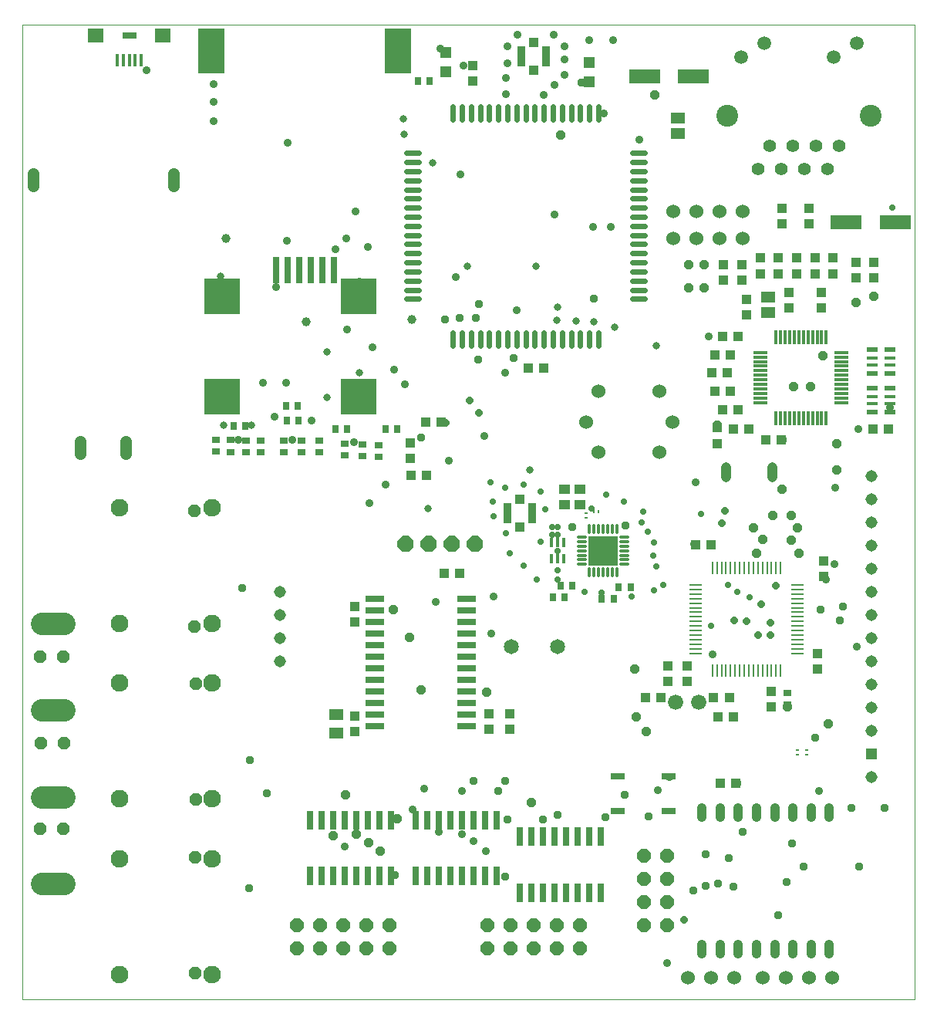
<source format=gts>
G75*
G70*
%OFA0B0*%
%FSLAX24Y24*%
%IPPOS*%
%LPD*%
%AMOC8*
5,1,8,0,0,1.08239X$1,22.5*
%
%ADD10C,0.0004*%
%ADD11R,0.0394X0.0433*%
%ADD12R,0.0433X0.0394*%
%ADD13R,0.0354X0.0276*%
%ADD14R,0.0630X0.0512*%
%ADD15R,0.1378X0.0630*%
%ADD16C,0.0594*%
%ADD17C,0.0945*%
%ADD18C,0.0554*%
%ADD19C,0.0236*%
%ADD20R,0.0260X0.0800*%
%ADD21R,0.0800X0.0260*%
%ADD22R,0.0472X0.0472*%
%ADD23C,0.0440*%
%ADD24R,0.0276X0.0354*%
%ADD25R,0.0110X0.0580*%
%ADD26R,0.0580X0.0110*%
%ADD27R,0.0118X0.0591*%
%ADD28R,0.0591X0.0118*%
%ADD29C,0.0650*%
%ADD30C,0.0600*%
%ADD31OC8,0.0600*%
%ADD32R,0.0591X0.0512*%
%ADD33R,0.0600X0.0300*%
%ADD34C,0.0660*%
%ADD35C,0.0397*%
%ADD36R,0.0169X0.0110*%
%ADD37R,0.0335X0.0866*%
%ADD38R,0.0394X0.0413*%
%ADD39R,0.0295X0.1181*%
%ADD40R,0.1181X0.1969*%
%ADD41C,0.0760*%
%ADD42OC8,0.0520*%
%ADD43C,0.0974*%
%ADD44C,0.0515*%
%ADD45R,0.0515X0.0515*%
%ADD46R,0.0453X0.0173*%
%ADD47R,0.0453X0.0248*%
%ADD48C,0.0118*%
%ADD49R,0.1280X0.1280*%
%ADD50R,0.0472X0.0394*%
%ADD51R,0.0138X0.0098*%
%ADD52R,0.0098X0.0138*%
%ADD53R,0.0138X0.0394*%
%ADD54R,0.0157X0.0551*%
%ADD55R,0.0709X0.0591*%
%ADD56R,0.0591X0.0276*%
%ADD57C,0.0515*%
%ADD58R,0.1575X0.1575*%
%ADD59OC8,0.0700*%
%ADD60OC8,0.0396*%
%ADD61C,0.0357*%
%ADD62C,0.0396*%
%ADD63OC8,0.0317*%
%ADD64OC8,0.0357*%
%ADD65C,0.0278*%
%ADD66C,0.0317*%
%ADD67OC8,0.0278*%
D10*
X002971Y001207D02*
X041554Y001207D01*
X041554Y043333D01*
X002971Y043333D01*
X002971Y001207D01*
D11*
X017341Y012782D03*
X017341Y013452D03*
X017341Y017507D03*
X017341Y018176D03*
X021190Y019613D03*
X021859Y019613D03*
X019753Y024593D03*
X019753Y025263D03*
X023148Y013550D03*
X023148Y012881D03*
X024034Y012881D03*
X024034Y013550D03*
X030875Y014948D03*
X030875Y015617D03*
X031711Y015617D03*
X031711Y014948D03*
X035353Y014534D03*
X035353Y013865D03*
X037322Y015489D03*
X037322Y016158D03*
X037617Y019475D03*
X037617Y020144D03*
X032991Y025233D03*
X032991Y025902D03*
X033690Y025863D03*
X034359Y025863D03*
X034270Y030794D03*
X034270Y031463D03*
X033286Y032270D03*
X033286Y032940D03*
X034861Y033235D03*
X034861Y032566D03*
X035648Y032566D03*
X035648Y033235D03*
X036091Y031759D03*
X036091Y031089D03*
X037519Y031089D03*
X037519Y031759D03*
X037223Y032566D03*
X037223Y033235D03*
X039743Y025863D03*
X040412Y025863D03*
D12*
X035786Y025371D03*
X035117Y025371D03*
X033916Y026700D03*
X033247Y026700D03*
X033572Y027487D03*
X032902Y027487D03*
X032755Y028274D03*
X033424Y028274D03*
X033572Y029062D03*
X032902Y029062D03*
X033247Y029849D03*
X033916Y029849D03*
X034074Y032270D03*
X034074Y032940D03*
X035796Y034731D03*
X035796Y035400D03*
X036977Y035400D03*
X036977Y034731D03*
X036436Y033235D03*
X036436Y032566D03*
X038011Y032566D03*
X038011Y033235D03*
X038995Y033038D03*
X038995Y032369D03*
X039782Y032369D03*
X039782Y033038D03*
X032735Y020843D03*
X032066Y020843D03*
X032853Y014249D03*
X033522Y014249D03*
X033719Y013412D03*
X033050Y013412D03*
X030570Y014249D03*
X029900Y014249D03*
X033148Y010558D03*
X033818Y010558D03*
X020432Y023845D03*
X019763Y023845D03*
X020402Y026158D03*
X021072Y026158D03*
X024831Y028471D03*
X025501Y028471D03*
X022440Y040893D03*
X022440Y041562D03*
D13*
X016918Y025233D03*
X016918Y024721D03*
X017666Y024682D03*
X017666Y025194D03*
X018385Y025154D03*
X018385Y024643D03*
X015816Y024839D03*
X015816Y025351D03*
X015048Y025351D03*
X015048Y024839D03*
X014280Y024839D03*
X014280Y025351D03*
X013286Y025361D03*
X013286Y024849D03*
X012627Y024849D03*
X012627Y025361D03*
X011967Y025371D03*
X011967Y024859D03*
X011347Y024874D03*
X011347Y025386D03*
X036042Y014456D03*
X036042Y013944D03*
D14*
X016554Y013511D03*
X016554Y012723D03*
D15*
X038572Y034770D03*
X040698Y034770D03*
X031987Y041070D03*
X029861Y041070D03*
D16*
X034044Y041908D03*
X035044Y042507D03*
X038024Y041908D03*
X039024Y042507D03*
D17*
X039635Y039377D03*
X033434Y039377D03*
D18*
X035284Y038078D03*
X036284Y038078D03*
X037284Y038078D03*
X038284Y038078D03*
X037784Y037078D03*
X036784Y037078D03*
X035784Y037078D03*
X034784Y037078D03*
D19*
X029880Y036985D02*
X029330Y036985D01*
X029330Y036591D02*
X029880Y036591D01*
X029880Y036198D02*
X029330Y036198D01*
X029330Y035804D02*
X029880Y035804D01*
X029880Y035410D02*
X029330Y035410D01*
X029330Y035017D02*
X029880Y035017D01*
X029880Y034623D02*
X029330Y034623D01*
X029330Y034229D02*
X029880Y034229D01*
X029880Y033835D02*
X029330Y033835D01*
X029330Y033442D02*
X029880Y033442D01*
X029880Y033048D02*
X029330Y033048D01*
X029330Y032654D02*
X029880Y032654D01*
X029880Y032261D02*
X029330Y032261D01*
X029330Y031867D02*
X029880Y031867D01*
X029880Y031473D02*
X029330Y031473D01*
X027873Y030016D02*
X027873Y029466D01*
X027479Y029466D02*
X027479Y030016D01*
X027085Y030016D02*
X027085Y029466D01*
X026692Y029466D02*
X026692Y030016D01*
X026298Y030016D02*
X026298Y029466D01*
X025904Y029466D02*
X025904Y030016D01*
X025511Y030016D02*
X025511Y029466D01*
X025117Y029466D02*
X025117Y030016D01*
X024723Y030016D02*
X024723Y029466D01*
X024330Y029466D02*
X024330Y030016D01*
X023936Y030016D02*
X023936Y029466D01*
X023542Y029466D02*
X023542Y030016D01*
X023148Y030016D02*
X023148Y029466D01*
X022755Y029466D02*
X022755Y030016D01*
X022361Y030016D02*
X022361Y029466D01*
X021967Y029466D02*
X021967Y030016D01*
X021574Y030016D02*
X021574Y029466D01*
X020116Y031473D02*
X019566Y031473D01*
X019566Y031867D02*
X020116Y031867D01*
X020116Y032261D02*
X019566Y032261D01*
X019566Y032654D02*
X020116Y032654D01*
X020116Y033048D02*
X019566Y033048D01*
X019566Y033442D02*
X020116Y033442D01*
X020116Y033835D02*
X019566Y033835D01*
X019566Y034229D02*
X020116Y034229D01*
X020116Y034623D02*
X019566Y034623D01*
X019566Y035017D02*
X020116Y035017D01*
X020116Y035410D02*
X019566Y035410D01*
X019566Y035804D02*
X020116Y035804D01*
X020116Y036198D02*
X019566Y036198D01*
X019566Y036591D02*
X020116Y036591D01*
X020116Y036985D02*
X019566Y036985D01*
X019566Y037379D02*
X020116Y037379D01*
X020116Y037772D02*
X019566Y037772D01*
X021574Y039230D02*
X021574Y039780D01*
X021967Y039780D02*
X021967Y039230D01*
X022361Y039230D02*
X022361Y039780D01*
X022755Y039780D02*
X022755Y039230D01*
X023148Y039230D02*
X023148Y039780D01*
X023542Y039780D02*
X023542Y039230D01*
X023936Y039230D02*
X023936Y039780D01*
X024330Y039780D02*
X024330Y039230D01*
X024723Y039230D02*
X024723Y039780D01*
X025117Y039780D02*
X025117Y039230D01*
X025511Y039230D02*
X025511Y039780D01*
X025904Y039780D02*
X025904Y039230D01*
X026298Y039230D02*
X026298Y039780D01*
X026692Y039780D02*
X026692Y039230D01*
X027085Y039230D02*
X027085Y039780D01*
X027479Y039780D02*
X027479Y039230D01*
X027873Y039230D02*
X027873Y039780D01*
X029330Y037772D02*
X029880Y037772D01*
X029880Y037379D02*
X029330Y037379D01*
D20*
X023471Y008963D03*
X022971Y008963D03*
X022471Y008963D03*
X021971Y008963D03*
X021471Y008963D03*
X020971Y008963D03*
X020471Y008963D03*
X019971Y008963D03*
X018894Y008963D03*
X018394Y008963D03*
X017894Y008963D03*
X017394Y008963D03*
X016894Y008963D03*
X016394Y008963D03*
X015894Y008963D03*
X015394Y008963D03*
X015394Y006543D03*
X015894Y006543D03*
X016394Y006543D03*
X016894Y006543D03*
X017394Y006543D03*
X017894Y006543D03*
X018394Y006543D03*
X018894Y006543D03*
X019971Y006543D03*
X020471Y006543D03*
X020971Y006543D03*
X021471Y006543D03*
X021971Y006543D03*
X022471Y006543D03*
X022971Y006543D03*
X023471Y006543D03*
X024485Y005830D03*
X024985Y005830D03*
X025485Y005830D03*
X025985Y005830D03*
X026485Y005830D03*
X026985Y005830D03*
X027485Y005830D03*
X027985Y005830D03*
X027985Y008250D03*
X027485Y008250D03*
X026985Y008250D03*
X026485Y008250D03*
X025985Y008250D03*
X025485Y008250D03*
X024985Y008250D03*
X024485Y008250D03*
D21*
X022176Y013024D03*
X022176Y013524D03*
X022176Y014024D03*
X022176Y014524D03*
X022176Y015024D03*
X022176Y015524D03*
X022176Y016024D03*
X022176Y016524D03*
X022176Y017024D03*
X022176Y017524D03*
X022176Y018024D03*
X022176Y018524D03*
X018216Y018524D03*
X018216Y018024D03*
X018216Y017524D03*
X018216Y017024D03*
X018216Y016524D03*
X018216Y016024D03*
X018216Y015524D03*
X018216Y015024D03*
X018216Y014524D03*
X018216Y014024D03*
X018216Y013524D03*
X018216Y013024D03*
D22*
X027479Y040853D03*
X027479Y041680D03*
X021278Y041296D03*
X021278Y042123D03*
D23*
X033369Y024213D02*
X033369Y023773D01*
X035369Y023773D02*
X035369Y024213D01*
D24*
X029261Y019022D03*
X028749Y019022D03*
X028522Y018530D03*
X028011Y018530D03*
X026751Y019072D03*
X026239Y019072D03*
X026406Y018580D03*
X025894Y018580D03*
X019172Y025863D03*
X018660Y025863D03*
X017007Y025863D03*
X016495Y025863D03*
X014900Y026227D03*
X014389Y026227D03*
X014369Y026857D03*
X014881Y026857D03*
X012617Y025976D03*
X012105Y025976D03*
X020058Y040883D03*
X020570Y040883D03*
D25*
X032790Y019854D03*
X032990Y019854D03*
X033190Y019854D03*
X033380Y019854D03*
X033580Y019854D03*
X033780Y019854D03*
X033970Y019854D03*
X034170Y019854D03*
X034370Y019854D03*
X034570Y019854D03*
X034760Y019854D03*
X034960Y019854D03*
X035160Y019854D03*
X035350Y019854D03*
X035550Y019854D03*
X035750Y019854D03*
X035750Y015434D03*
X035550Y015434D03*
X035350Y015434D03*
X035160Y015434D03*
X034960Y015434D03*
X034760Y015434D03*
X034570Y015434D03*
X034370Y015434D03*
X034170Y015434D03*
X033970Y015434D03*
X033780Y015434D03*
X033580Y015434D03*
X033380Y015434D03*
X033190Y015434D03*
X032990Y015434D03*
X032790Y015434D03*
D26*
X032060Y016164D03*
X032060Y016364D03*
X032060Y016564D03*
X032060Y016754D03*
X032060Y016954D03*
X032060Y017154D03*
X032060Y017344D03*
X032060Y017544D03*
X032060Y017744D03*
X032060Y017944D03*
X032060Y018134D03*
X032060Y018334D03*
X032060Y018534D03*
X032060Y018724D03*
X032060Y018924D03*
X032060Y019124D03*
X036480Y019124D03*
X036480Y018924D03*
X036480Y018724D03*
X036480Y018534D03*
X036480Y018334D03*
X036480Y018134D03*
X036480Y017944D03*
X036480Y017744D03*
X036480Y017544D03*
X036480Y017344D03*
X036480Y017154D03*
X036480Y016954D03*
X036480Y016754D03*
X036480Y016564D03*
X036480Y016364D03*
X036480Y016164D03*
D27*
X036534Y026326D03*
X036337Y026326D03*
X036141Y026326D03*
X035944Y026326D03*
X035747Y026326D03*
X035550Y026326D03*
X036731Y026326D03*
X036928Y026326D03*
X037125Y026326D03*
X037322Y026326D03*
X037519Y026326D03*
X037715Y026326D03*
X037715Y029830D03*
X037519Y029830D03*
X037322Y029830D03*
X037125Y029830D03*
X036928Y029830D03*
X036731Y029830D03*
X036534Y029830D03*
X036337Y029830D03*
X036141Y029830D03*
X035944Y029830D03*
X035747Y029830D03*
X035550Y029830D03*
D28*
X034881Y029160D03*
X034881Y028963D03*
X034881Y028767D03*
X034881Y028570D03*
X034881Y028373D03*
X034881Y028176D03*
X034881Y027979D03*
X034881Y027782D03*
X034881Y027585D03*
X034881Y027389D03*
X034881Y027192D03*
X034881Y026995D03*
X038385Y026995D03*
X038385Y027192D03*
X038385Y027389D03*
X038385Y027585D03*
X038385Y027782D03*
X038385Y027979D03*
X038385Y028176D03*
X038385Y028373D03*
X038385Y028570D03*
X038385Y028767D03*
X038385Y028963D03*
X038385Y029160D03*
D29*
X026117Y016463D03*
X024117Y016463D03*
D30*
X027883Y024839D03*
X027331Y026158D03*
X027883Y027477D03*
X030520Y027477D03*
X031072Y026158D03*
X030520Y024839D03*
X031097Y034081D03*
X032097Y034081D03*
X033097Y034081D03*
X033097Y035263D03*
X032097Y035263D03*
X031097Y035263D03*
X034097Y035263D03*
X034097Y034081D03*
X033745Y002143D03*
X032745Y002143D03*
X031745Y002143D03*
X034985Y002143D03*
X035985Y002143D03*
X036985Y002143D03*
X037985Y002143D03*
D31*
X030824Y004432D03*
X030824Y005432D03*
X029824Y005432D03*
X029824Y004432D03*
X029824Y006432D03*
X030824Y006432D03*
X030824Y007432D03*
X029824Y007432D03*
X027068Y004424D03*
X027068Y003424D03*
X026068Y003424D03*
X026068Y004424D03*
X025068Y004424D03*
X025068Y003424D03*
X024068Y003424D03*
X024068Y004424D03*
X023068Y004424D03*
X023068Y003424D03*
X018849Y003424D03*
X017849Y003424D03*
X016849Y003424D03*
X016849Y004424D03*
X017849Y004424D03*
X018849Y004424D03*
X015849Y004424D03*
X014849Y004424D03*
X014849Y003424D03*
X015849Y003424D03*
D32*
X035206Y030893D03*
X035206Y031562D03*
X031318Y038619D03*
X031318Y039288D03*
D33*
X030892Y010865D03*
X030892Y009365D03*
X028692Y009365D03*
X028692Y010865D03*
D34*
X031211Y014052D03*
X032211Y014052D03*
D35*
X032341Y009478D02*
X032341Y009081D01*
X033129Y009081D02*
X033129Y009478D01*
X033916Y009478D02*
X033916Y009081D01*
X034704Y009081D02*
X034704Y009478D01*
X035491Y009478D02*
X035491Y009081D01*
X036278Y009081D02*
X036278Y009478D01*
X037066Y009478D02*
X037066Y009081D01*
X037853Y009081D02*
X037853Y009478D01*
X037853Y003570D02*
X037853Y003173D01*
X037066Y003173D02*
X037066Y003570D01*
X036278Y003570D02*
X036278Y003173D01*
X035491Y003173D02*
X035491Y003570D01*
X034704Y003570D02*
X034704Y003173D01*
X033916Y003173D02*
X033916Y003570D01*
X033129Y003570D02*
X033129Y003173D01*
X032341Y003173D02*
X032341Y003570D01*
D36*
X036485Y011786D03*
X036485Y011987D03*
X036879Y011987D03*
X036879Y011786D03*
D37*
X025019Y022221D03*
X023936Y022221D03*
X024526Y041956D03*
X025609Y041956D03*
D38*
X025068Y042556D03*
X025068Y041355D03*
X024477Y022822D03*
X024477Y021621D03*
D39*
X016424Y032721D03*
X015924Y032721D03*
X015424Y032721D03*
X014924Y032721D03*
X014424Y032721D03*
X013924Y032721D03*
D40*
X011144Y042182D03*
X019196Y042182D03*
D41*
X011172Y022457D03*
X007172Y022457D03*
X007172Y017457D03*
X007172Y014879D03*
X011172Y014879D03*
X011172Y017457D03*
X011172Y009879D03*
X011172Y007300D03*
X007172Y007300D03*
X007172Y009879D03*
X007172Y002300D03*
X011172Y002300D03*
D42*
X010452Y002349D03*
X010452Y007349D03*
X010456Y009844D03*
X010456Y014844D03*
X010417Y017320D03*
X010417Y022320D03*
X004751Y016020D03*
X003751Y016020D03*
X003761Y012300D03*
X004761Y012300D03*
X004751Y008589D03*
X003751Y008589D03*
D43*
X003813Y009967D02*
X004787Y009967D01*
X004787Y006227D02*
X003813Y006227D01*
X003813Y013707D02*
X004787Y013707D01*
X004787Y017448D02*
X003813Y017448D01*
D44*
X014107Y017812D03*
X014107Y016812D03*
X014107Y015812D03*
X014107Y018812D03*
X039680Y018812D03*
X039680Y019812D03*
X039680Y020812D03*
X039680Y021812D03*
X039680Y022812D03*
X039680Y023812D03*
X039680Y017812D03*
X039680Y016812D03*
X039680Y015812D03*
X039680Y014812D03*
X039680Y013812D03*
X039680Y012812D03*
X039680Y010812D03*
D45*
X039680Y011812D03*
D46*
X039694Y026936D03*
X039694Y027251D03*
X040461Y027251D03*
X040461Y026936D03*
X040461Y028609D03*
X040461Y028924D03*
X039694Y028924D03*
X039694Y028609D03*
D47*
X039694Y028257D03*
X039694Y027603D03*
X040461Y027603D03*
X040461Y028257D03*
X040461Y029276D03*
X039694Y029276D03*
X039694Y026583D03*
X040461Y026583D03*
D48*
X029142Y021188D02*
X028848Y021188D01*
X028848Y020991D02*
X029142Y020991D01*
X029142Y020794D02*
X028848Y020794D01*
X028848Y020597D02*
X029142Y020597D01*
X029142Y020400D02*
X028848Y020400D01*
X028848Y020204D02*
X029142Y020204D01*
X029142Y020007D02*
X028848Y020007D01*
X028660Y019819D02*
X028660Y019525D01*
X028463Y019525D02*
X028463Y019819D01*
X028267Y019819D02*
X028267Y019525D01*
X028070Y019525D02*
X028070Y019819D01*
X027873Y019819D02*
X027873Y019525D01*
X027676Y019525D02*
X027676Y019819D01*
X027479Y019819D02*
X027479Y019525D01*
X027291Y020007D02*
X026997Y020007D01*
X026997Y020204D02*
X027291Y020204D01*
X027291Y020400D02*
X026997Y020400D01*
X026997Y020597D02*
X027291Y020597D01*
X027291Y020794D02*
X026997Y020794D01*
X026997Y020991D02*
X027291Y020991D01*
X027291Y021188D02*
X026997Y021188D01*
X027479Y021375D02*
X027479Y021669D01*
X027676Y021669D02*
X027676Y021375D01*
X027873Y021375D02*
X027873Y021669D01*
X028070Y021669D02*
X028070Y021375D01*
X028267Y021375D02*
X028267Y021669D01*
X028463Y021669D02*
X028463Y021375D01*
X028660Y021375D02*
X028660Y021669D01*
D49*
X028070Y020597D03*
D50*
X027076Y022576D03*
X027076Y023245D03*
X026406Y023245D03*
X026406Y022576D03*
D51*
X027331Y022221D03*
X027331Y022024D03*
D52*
X027676Y022270D03*
X027873Y022270D03*
D53*
X026357Y020952D03*
X026101Y020952D03*
X025845Y020952D03*
X025845Y020243D03*
X026101Y020243D03*
X026357Y020243D03*
D54*
X008109Y041778D03*
X007853Y041778D03*
X007597Y041778D03*
X007341Y041778D03*
X007085Y041778D03*
D55*
X006147Y042841D03*
X009048Y042841D03*
D56*
X007597Y042841D03*
D57*
X009497Y036878D02*
X009497Y036363D01*
X003434Y036363D02*
X003434Y036878D01*
X005481Y025304D02*
X005481Y024789D01*
X007450Y024789D02*
X007450Y025304D01*
D58*
X011613Y027241D03*
X011613Y031572D03*
X017519Y031572D03*
X017519Y027241D03*
D59*
X019542Y020895D03*
X020542Y020895D03*
X021542Y020895D03*
X022542Y020895D03*
D60*
X019015Y018038D03*
X019704Y016857D03*
X020196Y014593D03*
X023050Y014495D03*
X024034Y012871D03*
X024969Y009721D03*
X029497Y013412D03*
X029940Y012772D03*
X031711Y014938D03*
X029448Y015479D03*
X033828Y010558D03*
X036042Y013855D03*
X037322Y015479D03*
X037814Y013117D03*
X036534Y020499D03*
X036190Y021040D03*
X036485Y021581D03*
X036190Y022123D03*
X035402Y022123D03*
X034566Y021581D03*
X034959Y021089D03*
X034713Y020499D03*
X035796Y023255D03*
X035796Y025371D03*
X035107Y025371D03*
X032991Y026011D03*
X036288Y027684D03*
X037026Y027684D03*
X037568Y029013D03*
X037519Y031080D03*
X038995Y031326D03*
X039782Y031572D03*
X039782Y033048D03*
X038995Y033048D03*
X038011Y032556D03*
X036977Y034721D03*
X035796Y034721D03*
X034074Y032950D03*
X032450Y032950D03*
X031761Y032950D03*
X031761Y031965D03*
X032450Y031965D03*
X034270Y030784D03*
X038158Y025223D03*
X038158Y024091D03*
X026249Y038560D03*
X030314Y040272D03*
X016554Y013511D03*
X016948Y010066D03*
X017391Y008343D03*
X017932Y007999D03*
X018424Y007605D03*
X019162Y009032D03*
X016406Y008294D03*
D61*
X016894Y007802D03*
X019851Y009426D03*
X020343Y010312D03*
X021971Y010213D03*
X021967Y008343D03*
X022459Y008048D03*
X023001Y007605D03*
X020983Y008442D03*
X023247Y017005D03*
X023345Y018629D03*
X020835Y018383D03*
X017981Y022664D03*
X018680Y023452D03*
X017302Y025282D03*
X015456Y026203D03*
X014625Y025381D03*
X013872Y026390D03*
X013360Y027836D03*
X014364Y027866D03*
X012302Y025381D03*
X017017Y030164D03*
X018119Y029387D03*
X019034Y028412D03*
X019507Y027782D03*
X021396Y024475D03*
X022952Y025568D03*
X023837Y028274D03*
X024349Y030971D03*
X021711Y032428D03*
X017893Y033727D03*
X016987Y034081D03*
X016515Y033609D03*
X017538Y032211D03*
X017371Y035263D03*
X014408Y033993D03*
X013936Y031995D03*
X014428Y038225D03*
X011239Y039160D03*
X011239Y039997D03*
X011239Y040735D03*
X008335Y041355D03*
X021022Y042290D03*
X022026Y041562D03*
X023887Y041020D03*
X023936Y041660D03*
X023936Y042398D03*
X024379Y042891D03*
X025954Y042891D03*
X026396Y042398D03*
X026396Y041808D03*
X026396Y041168D03*
X025963Y040725D03*
X025491Y040282D03*
X023887Y040331D03*
X021918Y036837D03*
X025963Y035105D03*
X027627Y034574D03*
X028414Y034574D03*
X029644Y038363D03*
X028089Y039485D03*
X028513Y042644D03*
X027479Y042644D03*
X031711Y041119D03*
X032646Y029849D03*
X032056Y023550D03*
X032007Y020893D03*
X032745Y020843D03*
X032794Y016119D03*
X035353Y014534D03*
X039044Y016463D03*
X037715Y019367D03*
X038060Y020007D03*
X038109Y023304D03*
X039093Y025863D03*
X040471Y026798D03*
X030924Y010804D03*
X030432Y010263D03*
X030826Y002782D03*
X037420Y010213D03*
D62*
X019802Y030587D03*
X015225Y030489D03*
X011780Y034081D03*
D63*
X021278Y026109D03*
X022302Y027093D03*
X022706Y026552D03*
X033335Y022320D03*
X033188Y021778D03*
X035550Y019072D03*
X034910Y018284D03*
X035304Y017497D03*
X035304Y016956D03*
X034763Y016956D03*
X034270Y017546D03*
X033729Y017595D03*
X031564Y004652D03*
D64*
X031957Y005932D03*
X032499Y006129D03*
X033040Y006227D03*
X033705Y006075D03*
X033488Y007310D03*
X032499Y007482D03*
X034098Y008466D03*
X036229Y007935D03*
X036731Y006965D03*
X035993Y006276D03*
X035648Y004849D03*
X039143Y006965D03*
X038798Y009475D03*
X040225Y009475D03*
X037223Y012526D03*
X038306Y017595D03*
X038454Y018186D03*
X037469Y018038D03*
X029054Y021680D03*
X028365Y020893D03*
X027774Y020893D03*
X027774Y020302D03*
X028365Y020302D03*
X026741Y021631D03*
X020196Y025469D03*
X022656Y028865D03*
X024211Y028914D03*
X022558Y030656D03*
X021869Y030666D03*
X021249Y030587D03*
X022706Y031247D03*
X027676Y031473D03*
X027135Y040824D03*
X012469Y018973D03*
X012814Y011542D03*
X013552Y010115D03*
X012765Y006030D03*
X019064Y006572D03*
X022471Y010656D03*
X023542Y010213D03*
X023837Y010656D03*
X023936Y008983D03*
X025461Y008983D03*
X026101Y009180D03*
X028168Y009081D03*
X029005Y010066D03*
X030038Y009131D03*
X023837Y006522D03*
D65*
X032745Y017349D03*
X033877Y018826D03*
X033483Y019121D03*
X034418Y018580D03*
X032302Y022172D03*
X030284Y020942D03*
X030235Y020400D03*
X030383Y019908D03*
X030678Y019121D03*
X030284Y018875D03*
X029300Y018629D03*
X029989Y021434D03*
X029743Y021828D03*
X029792Y022270D03*
X028956Y022713D03*
X028217Y023009D03*
X027578Y022418D03*
X026101Y021631D03*
X025855Y021631D03*
X025855Y021286D03*
X026101Y021286D03*
X026101Y020597D03*
X026101Y019761D03*
X026101Y019367D03*
X025215Y019367D03*
X024625Y019957D03*
X024034Y020499D03*
X023887Y021335D03*
X023345Y022074D03*
X023296Y022713D03*
X023837Y023304D03*
X023198Y023550D03*
X024625Y023452D03*
X025363Y023156D03*
X025560Y022369D03*
X025363Y020991D03*
X040570Y035410D03*
D66*
X030383Y029456D03*
X028562Y030243D03*
X027676Y030489D03*
X026889Y030528D03*
X026062Y030538D03*
X026101Y031129D03*
X025166Y032900D03*
X022213Y032900D03*
X020688Y037359D03*
X019457Y038584D03*
X019423Y039259D03*
X011554Y032446D03*
X016150Y029175D03*
X017548Y028294D03*
X016126Y027226D03*
X012863Y026011D03*
X011682Y026011D03*
X020491Y022418D03*
X024920Y024091D03*
D67*
X027282Y018826D03*
X028020Y018776D03*
M02*

</source>
